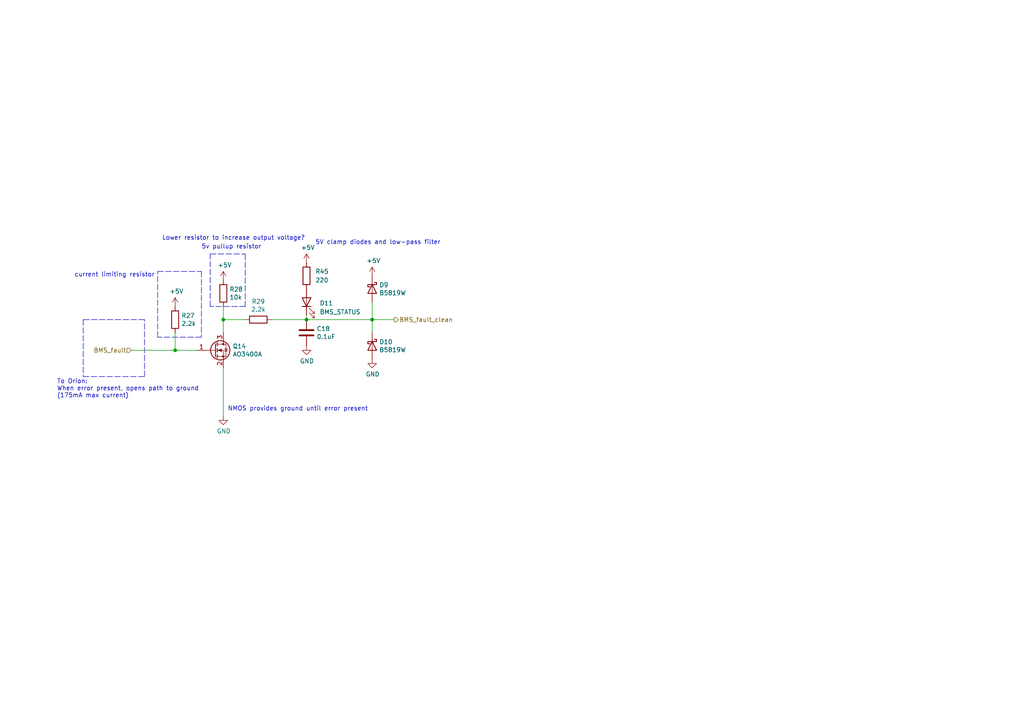
<source format=kicad_sch>
(kicad_sch (version 20211123) (generator eeschema)
  (paper "A4")
  (lib_symbols
    (symbol "Device:C" (pin_numbers hide) (pin_names (offset 0.254))
      (property "Reference" "C" (at 0.635 2.54 0))
      (property "Value" "C" (at 0.635 -2.54 0))
      (symbol "C_0_1"
        (polyline (pts (xy -2.032 -0.762) (xy 2.032 -0.762)) (stroke (width 0.508)))
        (polyline (pts (xy -2.032 0.762) (xy 2.032 0.762)) (stroke (width 0.508)))
      )
      (symbol "C_1_1"
        (pin passive line (at 0 3.81 270) (length 2.794) (name "~") (number "1"))
        (pin passive line (at 0 -3.81 90) (length 2.794) (name "~") (number "2"))
      )
    )
    (symbol "Device:D_Schottky" (pin_numbers hide) (pin_names (offset 1.016) hide)
      (property "Reference" "D" (at 0 2.54 0))
      (property "Value" "D_Schottky" (at 0 -2.54 0))
      (symbol "D_Schottky_0_1"
        (polyline (pts (xy 1.27 0) (xy -1.27 0)))
        (polyline (pts (xy 1.27 1.27) (xy 1.27 -1.27) (xy -1.27 0) (xy 1.27 1.27)) (stroke (width 0.254)))
        (polyline (pts (xy -1.905 0.635) (xy -1.905 1.27) (xy -1.27 1.27) (xy -1.27 -1.27) (xy -0.635 -1.27) (xy -0.635 -0.635)) (stroke (width 0.254)))
      )
      (symbol "D_Schottky_1_1"
        (pin passive line (at -3.81 0 0) (length 2.54) (name "K") (number "1"))
        (pin passive line (at 3.81 0 180) (length 2.54) (name "A") (number "2"))
      )
    )
    (symbol "Device:LED" (pin_numbers hide) (pin_names (offset 1.016) hide)
      (property "Reference" "D" (at 0 2.54 0))
      (property "Value" "LED" (at 0 -2.54 0))
      (symbol "LED_0_1"
        (polyline (pts (xy -1.27 -1.27) (xy -1.27 1.27)) (stroke (width 0.254)))
        (polyline (pts (xy -1.27 0) (xy 1.27 0)))
        (polyline (pts (xy 1.27 -1.27) (xy 1.27 1.27) (xy -1.27 0) (xy 1.27 -1.27)) (stroke (width 0.254)))
        (polyline (pts (xy -3.048 -0.762) (xy -4.572 -2.286) (xy -3.81 -2.286) (xy -4.572 -2.286) (xy -4.572 -1.524)))
        (polyline (pts (xy -1.778 -0.762) (xy -3.302 -2.286) (xy -2.54 -2.286) (xy -3.302 -2.286) (xy -3.302 -1.524)))
      )
      (symbol "LED_1_1"
        (pin passive line (at -3.81 0 0) (length 2.54) (name "K") (number "1"))
        (pin passive line (at 3.81 0 180) (length 2.54) (name "A") (number "2"))
      )
    )
    (symbol "Device:Q_NMOS_GSD" (pin_names (offset 0) hide)
      (property "Reference" "Q" (at 5.08 1.27 0))
      (property "Value" "Q_NMOS_GSD" (at 5.08 -1.27 0))
      (symbol "Q_NMOS_GSD_0_1"
        (polyline (pts (xy 0.254 0) (xy -2.54 0)))
        (polyline (pts (xy 0.254 1.905) (xy 0.254 -1.905)) (stroke (width 0.254)))
        (polyline (pts (xy 0.762 -1.27) (xy 0.762 -2.286)) (stroke (width 0.254)))
        (polyline (pts (xy 0.762 0.508) (xy 0.762 -0.508)) (stroke (width 0.254)))
        (polyline (pts (xy 0.762 2.286) (xy 0.762 1.27)) (stroke (width 0.254)))
        (polyline (pts (xy 2.54 2.54) (xy 2.54 1.778)))
        (polyline (pts (xy 2.54 -2.54) (xy 2.54 0) (xy 0.762 0)))
        (polyline (pts (xy 0.762 -1.778) (xy 3.302 -1.778) (xy 3.302 1.778) (xy 0.762 1.778)))
        (polyline (pts (xy 1.016 0) (xy 2.032 0.381) (xy 2.032 -0.381) (xy 1.016 0)) (fill (type outline)))
        (polyline (pts (xy 2.794 0.508) (xy 2.921 0.381) (xy 3.683 0.381) (xy 3.81 0.254)))
        (polyline (pts (xy 3.302 0.381) (xy 2.921 -0.254) (xy 3.683 -0.254) (xy 3.302 0.381)))
        (circle (center 1.651 0) (radius 2.794) (stroke (width 0.254)))
        (circle (center 2.54 -1.778) (radius 0.254) (fill (type outline)))
        (circle (center 2.54 1.778) (radius 0.254) (fill (type outline)))
      )
      (symbol "Q_NMOS_GSD_1_1"
        (pin input line (at -5.08 0 0) (length 2.54) (name "G") (number "1"))
        (pin passive line (at 2.54 -5.08 90) (length 2.54) (name "S") (number "2"))
        (pin passive line (at 2.54 5.08 270) (length 2.54) (name "D") (number "3"))
      )
    )
    (symbol "Device:R" (pin_numbers hide) (pin_names (offset 0))
      (property "Reference" "R" (at 2.032 0 90))
      (property "Value" "R" (at 0 0 90))
      (symbol "R_0_1"
        (rectangle (start -1.016 -2.54) (end 1.016 2.54) (stroke (width 0.254)))
      )
      (symbol "R_1_1"
        (pin passive line (at 0 3.81 270) (length 1.27) (name "~") (number "1"))
        (pin passive line (at 0 -3.81 90) (length 1.27) (name "~") (number "2"))
      )
    )
    (symbol "power:+5V" (power) (pin_names (offset 0))
      (property "Value" "+5V" (at 0 3.556 0))
      (symbol "+5V_0_1"
        (polyline (pts (xy -0.762 1.27) (xy 0 2.54)))
        (polyline (pts (xy 0 0) (xy 0 2.54)))
        (polyline (pts (xy 0 2.54) (xy 0.762 1.27)))
      )
      (symbol "+5V_1_1"
        (pin power_in line (at 0 0 90) (length 0) hide (name "+5V") (number "1"))
      )
    )
    (symbol "power:GND" (power) (pin_names (offset 0))
      (property "Value" "GND" (at 0 -3.81 0))
      (symbol "GND_0_1"
        (polyline (pts (xy 0 0) (xy 0 -1.27) (xy 1.27 -1.27) (xy 0 -2.54) (xy -1.27 -1.27) (xy 0 -1.27)))
      )
      (symbol "GND_1_1"
        (pin power_in line (at 0 0 270) (length 0) hide (name "GND") (number "1"))
      )
    )
  )
  (junction (at 50.8 101.6))
  (junction (at 88.9 92.71))
  (junction (at 107.95 92.71))
  (junction (at 64.77 92.71))
  (polyline (pts (xy 24.13 109.22) (xy 41.91 109.22)))
  (wire (pts (xy 50.8 101.6) (xy 57.15 101.6)))
  (polyline (pts (xy 60.96 88.9) (xy 60.96 73.66)))
  (polyline (pts (xy 41.91 92.71) (xy 24.13 92.71)))
  (wire (pts (xy 78.74 92.71) (xy 88.9 92.71)))
  (wire (pts (xy 64.77 88.9) (xy 64.77 92.71)))
  (polyline (pts (xy 60.96 73.66) (xy 71.12 73.66)))
  (wire (pts (xy 50.8 101.6) (xy 38.1 101.6)))
  (polyline (pts (xy 41.91 109.22) (xy 41.91 92.71)))
  (wire (pts (xy 64.77 92.71) (xy 71.12 92.71)))
  (wire (pts (xy 88.9 91.44) (xy 88.9 92.71)))
  (polyline (pts (xy 58.42 97.79) (xy 45.72 97.79)))
  (wire (pts (xy 64.77 92.71) (xy 64.77 96.52)))
  (polyline (pts (xy 58.42 78.74) (xy 58.42 97.79)))
  (wire (pts (xy 107.95 92.71) (xy 107.95 96.52)))
  (polyline (pts (xy 45.72 78.74) (xy 58.42 78.74)))
  (wire (pts (xy 88.9 92.71) (xy 107.95 92.71)))
  (polyline (pts (xy 24.13 92.71) (xy 24.13 109.22)))
  (wire (pts (xy 107.95 92.71) (xy 107.95 87.63)))
  (wire (pts (xy 50.8 96.52) (xy 50.8 101.6)))
  (polyline (pts (xy 45.72 97.79) (xy 45.72 78.74)))
  (polyline (pts (xy 71.12 73.66) (xy 71.12 88.9)))
  (wire (pts (xy 107.95 92.71) (xy 114.3 92.71)))
  (wire (pts (xy 64.77 106.68) (xy 64.77 120.65)))
  (polyline (pts (xy 71.12 88.9) (xy 60.96 88.9)))
  (text "5V clamp diodes and low-pass filter\n" (at 91.44 71.12 0) (effects (font (size 1.27 1.27)) (justify left bottom)))
  (text "To Orion:\nWhen error present, opens path to ground\n(175mA max current)" (at 16.51 115.57 0) (effects (font (size 1.27 1.27)) (justify left bottom)))
  (text "current limiting resistor\n\n" (at 21.59 82.55 0) (effects (font (size 1.27 1.27)) (justify left bottom)))
  (text "NMOS provides ground until error present\n" (at 66.04 119.38 0) (effects (font (size 1.27 1.27)) (justify left bottom)))
  (text "5v pullup resistor\n" (at 58.42 72.39 0) (effects (font (size 1.27 1.27)) (justify left bottom)))
  (text "Lower resistor to increase output voltage?" (at 46.99 69.85 0) (effects (font (size 1.27 1.27)) (justify left bottom)))
  (hierarchical_label "BMS_fault_clean" (shape output) (at 114.3 92.71 0))
  (hierarchical_label "BMS_fault" (shape input) (at 38.1 101.6 180))
  (symbol (lib_id "power:+5V") (at 50.8 88.9 0) (unit 1)
    (property "Reference" "#PWR02" (effects hide))
    (property "Value" "+5V" (at 51.181 84.5058 0))
  )
  (symbol (lib_id "Device:R") (at 50.8 92.71 0) (unit 1)
    (property "Reference" "R27" (at 52.578 91.5416 0) (effects (justify left)))
    (property "Value" "2.2k" (at 52.578 93.853 0) (effects (justify left)))
    (property "Footprint" "Resistor_SMD:R_0603_1608Metric_Pad0.98x0.95mm_HandSolder" (effects hide))
  )
  (symbol (lib_id "Device:R") (at 74.93 92.71 270) (unit 1)
    (property "Reference" "R29" (at 74.93 87.4522 90))
    (property "Value" "2.2k" (at 74.93 89.7636 90))
    (property "Footprint" "Resistor_SMD:R_0603_1608Metric_Pad0.98x0.95mm_HandSolder" (effects hide))
  )
  (symbol (lib_id "Device:C") (at 88.9 96.52 0) (unit 1)
    (property "Reference" "C18" (at 91.821 95.3516 0) (effects (justify left)))
    (property "Value" "0.1uF" (at 91.821 97.663 0) (effects (justify left)))
    (property "Footprint" "Capacitor_SMD:C_0603_1608Metric_Pad1.08x0.95mm_HandSolder" (effects hide))
  )
  (symbol (lib_id "power:GND") (at 88.9 100.33 0) (unit 1)
    (property "Reference" "#PWR076" (effects hide))
    (property "Value" "GND" (at 89.027 104.7242 0))
  )
  (symbol (lib_id "power:GND") (at 107.95 104.14 0) (unit 1)
    (property "Reference" "#PWR079" (effects hide))
    (property "Value" "GND" (at 108.077 108.5342 0))
  )
  (symbol (lib_id "power:+5V") (at 107.95 80.01 0) (unit 1)
    (property "Reference" "#PWR078" (effects hide))
    (property "Value" "+5V" (at 108.331 75.6158 0))
  )
  (symbol (lib_id "power:GND") (at 64.77 120.65 0) (unit 1)
    (property "Reference" "#PWR074" (effects hide))
    (property "Value" "GND" (at 64.897 125.0442 0))
  )
  (symbol (lib_id "Device:R") (at 64.77 85.09 0) (unit 1)
    (property "Reference" "R28" (at 66.548 83.9216 0) (effects (justify left)))
    (property "Value" "10k" (at 66.548 86.233 0) (effects (justify left)))
    (property "Footprint" "Resistor_SMD:R_0603_1608Metric_Pad0.98x0.95mm_HandSolder" (effects hide))
  )
  (symbol (lib_id "power:+5V") (at 64.77 81.28 0) (unit 1)
    (property "Reference" "#PWR05" (effects hide))
    (property "Value" "+5V" (at 65.151 76.8858 0))
  )
  (symbol (lib_id "Device:Q_NMOS_GSD") (at 62.23 101.6 0) (unit 1)
    (property "Reference" "Q14" (at 67.4624 100.4316 0) (effects (justify left)))
    (property "Value" "AO3400A" (at 67.4624 102.743 0) (effects (justify left)))
    (property "Footprint" "Package_TO_SOT_SMD:SOT-23" (effects hide))
    (property "Datasheet" "https://datasheet.lcsc.com/szlcsc/1812111733_Bourne-Semicon-Shenzhen-AO3400A_C344010.pdf" (effects hide))
  )
  (symbol (lib_id "Device:D_Schottky") (at 107.95 83.82 270) (unit 1)
    (property "Reference" "D9" (at 109.982 82.6516 90) (effects (justify left)))
    (property "Value" "B5819W" (at 109.982 84.963 90) (effects (justify left)))
    (property "Footprint" "Diode_SMD:D_SOD-123" (effects hide))
    (property "Datasheet" "https://datasheet.lcsc.com/lcsc/1809140216_Changjiang-Electronics-Tech-CJ-B5819W_C8598.pdf" (effects hide))
    (property "Description" "40V 1A 600mV @ 1A SOD-123 Schottky Barrier Diodes (SBD) RoHS" (effects hide))
    (property "Package" "SOD-123" (effects hide))
    (property "Manufacturer" " Changjiang Electronics Tech (CJ) " (effects hide))
  )
  (symbol (lib_id "Device:D_Schottky") (at 107.95 100.33 270) (unit 1)
    (property "Reference" "D10" (at 109.982 99.1616 90) (effects (justify left)))
    (property "Value" "B5819W" (at 109.982 101.473 90) (effects (justify left)))
    (property "Footprint" "Diode_SMD:D_SOD-123" (effects hide))
    (property "Datasheet" "https://datasheet.lcsc.com/lcsc/1809140216_Changjiang-Electronics-Tech-CJ-B5819W_C8598.pdf" (effects hide))
    (property "Description" "40V 1A 600mV @ 1A SOD-123 Schottky Barrier Diodes (SBD) RoHS" (effects hide))
    (property "Package" "SOD-123" (effects hide))
    (property "Manufacturer" " Changjiang Electronics Tech (CJ) " (effects hide))
  )
  (symbol (lib_id "Device:LED") (at 88.9 87.63 90) (unit 1)
    (property "Reference" "D11" (at 92.71 87.9474 90) (effects (justify right)))
    (property "Value" "BMS_STATUS" (at 92.71 90.4874 90) (effects (justify right)))
  )
  (symbol (lib_id "Device:R") (at 88.9 80.01 0) (unit 1)
    (property "Reference" "R45" (at 91.44 78.7399 0) (effects (justify left)))
    (property "Value" "220" (at 91.44 81.2799 0) (effects (justify left)))
  )
  (symbol (lib_id "power:+5V") (at 88.9 76.2 0) (unit 1)
    (property "Reference" "#PWR0104" (effects hide))
    (property "Value" "+5V" (at 89.281 71.8058 0))
  )
)
</source>
